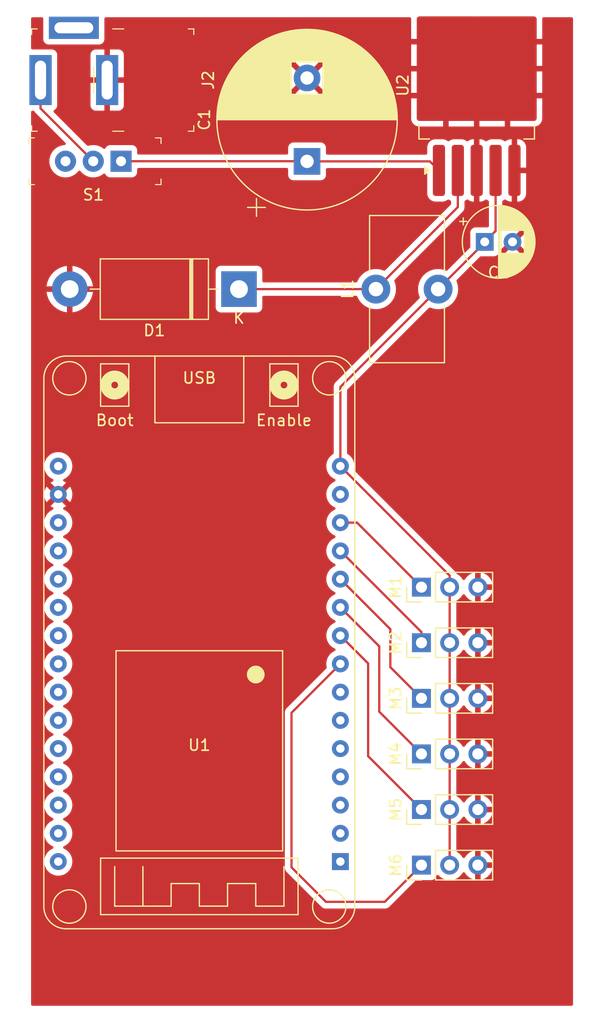
<source format=kicad_pcb>
(kicad_pcb (version 20240108) (generator "pcbnew") (generator_version "8.0")
  (layers (0 "F.Cu" signal) (31 "B.Cu" signal) (34 "B.Paste" user) (35 "F.Paste" user) (36 "B.SilkS" user "B.Silkscreen") (37 "F.SilkS" user "F.Silkscreen") (38 "B.Mask" user) (39 "F.Mask" user) (44 "Edge.Cuts" user))
  (net 0 "")
  (net 1 "GND")
  (net 2 "Net-(U2-VIN)")
  (net 3 "/5V")
  (net 4 "Net-(D1-K)")
  (net 6 "Net-(J2-Pad1)")
  (net 7 "Net-(M1-PWM)")
  (net 8 "Net-(M2-PWM)")
  (net 9 "Net-(M3-PWM)")
  (net 10 "Net-(M4-PWM)")
  (net 11 "Net-(M5-PWM)")
  (net 12 "Net-(M6-PWM)")
  (footprint "digikey-footprints:Switch_Slide_11.6x4mm_EG1218" (layer "F.Cu") (at 158.75 63.5 180)
    (property "Reference" "S1" (at 2.49 -3.02 360) (layer "F.SilkS"))
    (property "Value" "EG1218")
    (pad "1" thru_hole rect (at 0 0 180) (size 1.9 1.9) (drill 0.9) (layers "*.Cu" "*.Mask" "In1.Cu" "In2.Cu" "In3.Cu" "In4.Cu" "In5.Cu" "In6.Cu" "In7.Cu" "In8.Cu" "In9.Cu" "In10.Cu" "In11.Cu" "In12.Cu" "In13.Cu" "In14.Cu" "In15.Cu" "In16.Cu" "In17.Cu" "In18.Cu" "In19.Cu" "In20.Cu" "In21.Cu" "In22.Cu" "In23.Cu" "In24.Cu" "In25.Cu" "In26.Cu" "In27.Cu" "In28.Cu" "In29.Cu" "In30.Cu") (net 2 "Net-(U2-VIN)"))
    (pad "2" thru_hole circle (at 2.5 0 180) (size 1.9 1.9) (drill 0.9) (layers "*.Cu" "*.Mask" "In1.Cu" "In2.Cu" "In3.Cu" "In4.Cu" "In5.Cu" "In6.Cu" "In7.Cu" "In8.Cu" "In9.Cu" "In10.Cu" "In11.Cu" "In12.Cu" "In13.Cu" "In14.Cu" "In15.Cu" "In16.Cu" "In17.Cu" "In18.Cu" "In19.Cu" "In20.Cu" "In21.Cu" "In22.Cu" "In23.Cu" "In24.Cu" "In25.Cu" "In26.Cu" "In27.Cu" "In28.Cu" "In29.Cu" "In30.Cu") (net 6 "Net-(J2-Pad1)"))
    (pad "3" thru_hole circle (at 5 0 180) (size 1.9 1.9) (drill 0.9) (layers "*.Cu" "*.Mask" "In1.Cu" "In2.Cu" "In3.Cu" "In4.Cu" "In5.Cu" "In6.Cu" "In7.Cu" "In8.Cu" "In9.Cu" "In10.Cu" "In11.Cu" "In12.Cu" "In13.Cu" "In14.Cu" "In15.Cu" "In16.Cu" "In17.Cu" "In18.Cu" "In19.Cu" "In20.Cu" "In21.Cu" "In22.Cu" "In23.Cu" "In24.Cu" "In25.Cu" "In26.Cu" "In27.Cu" "In28.Cu" "In29.Cu" "In30.Cu"))
  )
  (footprint "digikey-footprints:Barrel_Jack_5.5mmODx2.1mmID_PJ-202A" (layer "F.Cu") (at 154.5 56.2 -90)
    (property "Reference" "J2" (at 0 -12.1 90) (layer "F.SilkS"))
    (property "Value" "PJ-202A")
    (pad "1" thru_hole rect (at 0 3 270) (size 4.5 2) (drill oval 3.5 1) (layers "*.Cu" "*.Mask" "In1.Cu" "In2.Cu" "In3.Cu" "In4.Cu" "In5.Cu" "In6.Cu" "In7.Cu" "In8.Cu" "In9.Cu" "In10.Cu" "In11.Cu" "In12.Cu" "In13.Cu" "In14.Cu" "In15.Cu" "In16.Cu" "In17.Cu" "In18.Cu" "In19.Cu" "In20.Cu" "In21.Cu" "In22.Cu" "In23.Cu" "In24.Cu" "In25.Cu" "In26.Cu" "In27.Cu" "In28.Cu" "In29.Cu" "In30.Cu") (net 6 "Net-(J2-Pad1)"))
    (pad "2" thru_hole rect (at 0 -3 270) (size 4.5 2) (drill oval 3.5 1) (layers "*.Cu" "*.Mask" "In1.Cu" "In2.Cu" "In3.Cu" "In4.Cu" "In5.Cu" "In6.Cu" "In7.Cu" "In8.Cu" "In9.Cu" "In10.Cu" "In11.Cu" "In12.Cu" "In13.Cu" "In14.Cu" "In15.Cu" "In16.Cu" "In17.Cu" "In18.Cu" "In19.Cu" "In20.Cu" "In21.Cu" "In22.Cu" "In23.Cu" "In24.Cu" "In25.Cu" "In26.Cu" "In27.Cu" "In28.Cu" "In29.Cu" "In30.Cu") (net 1 "GND"))
    (pad "3" thru_hole rect (at -4.7 0 270) (size 2 4.5) (drill oval 1 3.5) (layers "*.Cu" "*.Mask" "In1.Cu" "In2.Cu" "In3.Cu" "In4.Cu" "In5.Cu" "In6.Cu" "In7.Cu" "In8.Cu" "In9.Cu" "In10.Cu" "In11.Cu" "In12.Cu" "In13.Cu" "In14.Cu" "In15.Cu" "In16.Cu" "In17.Cu" "In18.Cu" "In19.Cu" "In20.Cu" "In21.Cu" "In22.Cu" "In23.Cu" "In24.Cu" "In25.Cu" "In26.Cu" "In27.Cu" "In28.Cu" "In29.Cu" "In30.Cu"))
  )
  (footprint "Connector_PinHeader_2.54mm:PinHeader_1x03_P2.54mm_Vertical" (layer "F.Cu") (at 185.8 121.8 90)
    (property "Reference" "M5" (at 0 -2.33 90) (layer "F.SilkS"))
    (property "Value" "Motor_Servo")
    (pad "1" thru_hole rect (at 0 0 90) (size 1.7 1.7) (drill 1) (layers "*.Cu" "*.Mask" "In1.Cu" "In2.Cu" "In3.Cu" "In4.Cu" "In5.Cu" "In6.Cu" "In7.Cu" "In8.Cu" "In9.Cu" "In10.Cu" "In11.Cu" "In12.Cu" "In13.Cu" "In14.Cu" "In15.Cu" "In16.Cu" "In17.Cu" "In18.Cu" "In19.Cu" "In20.Cu" "In21.Cu" "In22.Cu" "In23.Cu" "In24.Cu" "In25.Cu" "In26.Cu" "In27.Cu" "In28.Cu" "In29.Cu" "In30.Cu") (net 11 "Net-(M5-PWM)"))
    (pad "2" thru_hole oval (at 0 2.54 90) (size 1.7 1.7) (drill 1) (layers "*.Cu" "*.Mask" "In1.Cu" "In2.Cu" "In3.Cu" "In4.Cu" "In5.Cu" "In6.Cu" "In7.Cu" "In8.Cu" "In9.Cu" "In10.Cu" "In11.Cu" "In12.Cu" "In13.Cu" "In14.Cu" "In15.Cu" "In16.Cu" "In17.Cu" "In18.Cu" "In19.Cu" "In20.Cu" "In21.Cu" "In22.Cu" "In23.Cu" "In24.Cu" "In25.Cu" "In26.Cu" "In27.Cu" "In28.Cu" "In29.Cu" "In30.Cu") (net 3 "/5V"))
    (pad "3" thru_hole oval (at 0 5.08 90) (size 1.7 1.7) (drill 1) (layers "*.Cu" "*.Mask" "In1.Cu" "In2.Cu" "In3.Cu" "In4.Cu" "In5.Cu" "In6.Cu" "In7.Cu" "In8.Cu" "In9.Cu" "In10.Cu" "In11.Cu" "In12.Cu" "In13.Cu" "In14.Cu" "In15.Cu" "In16.Cu" "In17.Cu" "In18.Cu" "In19.Cu" "In20.Cu" "In21.Cu" "In22.Cu" "In23.Cu" "In24.Cu" "In25.Cu" "In26.Cu" "In27.Cu" "In28.Cu" "In29.Cu" "In30.Cu") (net 1 "GND"))
  )
  (footprint "Package_TO_SOT_SMD:TO-263-5_TabPin3" (layer "F.Cu") (at 190.775 56.675 90)
    (property "Reference" "U2" (at 0 -6.65 90) (layer "F.SilkS"))
    (property "Value" "LM2596S-5")
    (pad "1" smd roundrect (at -7.65 -3.4 90) (size 4.6 1.1) (layers "F.Cu" "F.Paste" "F.Mask") (roundrect_rratio 0.227273) (net 2 "Net-(U2-VIN)"))
    (pad "2" smd roundrect (at -7.65 -1.7 90) (size 4.6 1.1) (layers "F.Cu" "F.Paste" "F.Mask") (roundrect_rratio 0.227273) (net 4 "Net-(D1-K)"))
    (pad "3" smd roundrect (at -7.65 0 90) (size 4.6 1.1) (layers "F.Cu" "F.Paste" "F.Mask") (roundrect_rratio 0.227273) (net 1 "GND"))
    (pad "3" smd roundrect (at -0.925 -2.775 90) (size 4.55 5.25) (layers "F.Cu" "F.Paste") (roundrect_rratio 0.054945) (net 1 "GND"))
    (pad "3" smd roundrect (at -0.925 2.775 90) (size 4.55 5.25) (layers "F.Cu" "F.Paste") (roundrect_rratio 0.054945) (net 1 "GND"))
    (pad "3" smd roundrect (at 1.5 0 90) (size 9.4 10.8) (layers "F.Cu" "F.Mask") (roundrect_rratio 0.026596) (net 1 "GND"))
    (pad "3" smd roundrect (at 3.925 -2.775 90) (size 4.55 5.25) (layers "F.Cu" "F.Paste") (roundrect_rratio 0.054945) (net 1 "GND"))
    (pad "3" smd roundrect (at 3.925 2.775 90) (size 4.55 5.25) (layers "F.Cu" "F.Paste") (roundrect_rratio 0.054945) (net 1 "GND"))
    (pad "4" smd roundrect (at -7.65 1.7 90) (size 4.6 1.1) (layers "F.Cu" "F.Paste" "F.Mask") (roundrect_rratio 0.227273) (net 3 "/5V"))
    (pad "5" smd roundrect (at -7.65 3.4 90) (size 4.6 1.1) (layers "F.Cu" "F.Paste" "F.Mask") (roundrect_rratio 0.227273) (net 1 "GND"))
  )
  (footprint "Capacitor_THT:CP_Radial_D16.0mm_P7.50mm" (layer "F.Cu") (at 175.5 63.512755 90)
    (property "Reference" "C1" (at 3.75 -9.25 90) (layer "F.SilkS"))
    (property "Value" "680uF")
    (pad "1" thru_hole rect (at 0 0 90) (size 2.4 2.4) (drill 1.2) (layers "*.Cu" "*.Mask" "In1.Cu" "In2.Cu" "In3.Cu" "In4.Cu" "In5.Cu" "In6.Cu" "In7.Cu" "In8.Cu" "In9.Cu" "In10.Cu" "In11.Cu" "In12.Cu" "In13.Cu" "In14.Cu" "In15.Cu" "In16.Cu" "In17.Cu" "In18.Cu" "In19.Cu" "In20.Cu" "In21.Cu" "In22.Cu" "In23.Cu" "In24.Cu" "In25.Cu" "In26.Cu" "In27.Cu" "In28.Cu" "In29.Cu" "In30.Cu") (net 2 "Net-(U2-VIN)"))
    (pad "2" thru_hole circle (at 7.5 0 90) (size 2.4 2.4) (drill 1.2) (layers "*.Cu" "*.Mask" "In1.Cu" "In2.Cu" "In3.Cu" "In4.Cu" "In5.Cu" "In6.Cu" "In7.Cu" "In8.Cu" "In9.Cu" "In10.Cu" "In11.Cu" "In12.Cu" "In13.Cu" "In14.Cu" "In15.Cu" "In16.Cu" "In17.Cu" "In18.Cu" "In19.Cu" "In20.Cu" "In21.Cu" "In22.Cu" "In23.Cu" "In24.Cu" "In25.Cu" "In26.Cu" "In27.Cu" "In28.Cu" "In29.Cu" "In30.Cu") (net 1 "GND"))
  )
  (footprint "ESP32_DevKit_V1_DOIT:esp32_devkit_v1_doit" (layer "F.Cu") (at 165.8 126.48 180)
    (property "Reference" "U1" (at 0 10.47 360) (layer "F.SilkS"))
    (property "Value" "ESP32_DevKit_V1_DOIT")
    (fp_text user "USB" (at 0 43.49 360) (layer "F.SilkS"))
    (fp_text user "Enable" (at -7.62 39.68 360) (layer "F.SilkS"))
    (fp_text user "Boot" (at 7.62 39.68 360) (layer "F.SilkS"))
    (pad "1" thru_hole rect (at -12.7 0 180) (size 1.524 1.524) (drill 0.762) (layers "*.Cu" "*.Mask" "In1.Cu" "In2.Cu" "In3.Cu" "In4.Cu" "In5.Cu" "In6.Cu" "In7.Cu" "In8.Cu" "In9.Cu" "In10.Cu" "In11.Cu" "In12.Cu" "In13.Cu" "In14.Cu" "In15.Cu" "In16.Cu" "In17.Cu" "In18.Cu" "In19.Cu" "In20.Cu" "In21.Cu" "In22.Cu" "In23.Cu" "In24.Cu" "In25.Cu" "In26.Cu" "In27.Cu" "In28.Cu" "In29.Cu" "In30.Cu"))
    (pad "2" thru_hole circle (at -12.7 2.54 180) (size 1.524 1.524) (drill 0.762) (layers "*.Cu" "*.Mask" "In1.Cu" "In2.Cu" "In3.Cu" "In4.Cu" "In5.Cu" "In6.Cu" "In7.Cu" "In8.Cu" "In9.Cu" "In10.Cu" "In11.Cu" "In12.Cu" "In13.Cu" "In14.Cu" "In15.Cu" "In16.Cu" "In17.Cu" "In18.Cu" "In19.Cu" "In20.Cu" "In21.Cu" "In22.Cu" "In23.Cu" "In24.Cu" "In25.Cu" "In26.Cu" "In27.Cu" "In28.Cu" "In29.Cu" "In30.Cu"))
    (pad "3" thru_hole circle (at -12.7 5.08 180) (size 1.524 1.524) (drill 0.762) (layers "*.Cu" "*.Mask" "In1.Cu" "In2.Cu" "In3.Cu" "In4.Cu" "In5.Cu" "In6.Cu" "In7.Cu" "In8.Cu" "In9.Cu" "In10.Cu" "In11.Cu" "In12.Cu" "In13.Cu" "In14.Cu" "In15.Cu" "In16.Cu" "In17.Cu" "In18.Cu" "In19.Cu" "In20.Cu" "In21.Cu" "In22.Cu" "In23.Cu" "In24.Cu" "In25.Cu" "In26.Cu" "In27.Cu" "In28.Cu" "In29.Cu" "In30.Cu"))
    (pad "4" thru_hole circle (at -12.7 7.62 180) (size 1.524 1.524) (drill 0.762) (layers "*.Cu" "*.Mask" "In1.Cu" "In2.Cu" "In3.Cu" "In4.Cu" "In5.Cu" "In6.Cu" "In7.Cu" "In8.Cu" "In9.Cu" "In10.Cu" "In11.Cu" "In12.Cu" "In13.Cu" "In14.Cu" "In15.Cu" "In16.Cu" "In17.Cu" "In18.Cu" "In19.Cu" "In20.Cu" "In21.Cu" "In22.Cu" "In23.Cu" "In24.Cu" "In25.Cu" "In26.Cu" "In27.Cu" "In28.Cu" "In29.Cu" "In30.Cu"))
    (pad "5" thru_hole circle (at -12.7 10.16 180) (size 1.524 1.524) (drill 0.762) (layers "*.Cu" "*.Mask" "In1.Cu" "In2.Cu" "In3.Cu" "In4.Cu" "In5.Cu" "In6.Cu" "In7.Cu" "In8.Cu" "In9.Cu" "In10.Cu" "In11.Cu" "In12.Cu" "In13.Cu" "In14.Cu" "In15.Cu" "In16.Cu" "In17.Cu" "In18.Cu" "In19.Cu" "In20.Cu" "In21.Cu" "In22.Cu" "In23.Cu" "In24.Cu" "In25.Cu" "In26.Cu" "In27.Cu" "In28.Cu" "In29.Cu" "In30.Cu"))
    (pad "6" thru_hole circle (at -12.7 12.7 180) (size 1.524 1.524) (drill 0.762) (layers "*.Cu" "*.Mask" "In1.Cu" "In2.Cu" "In3.Cu" "In4.Cu" "In5.Cu" "In6.Cu" "In7.Cu" "In8.Cu" "In9.Cu" "In10.Cu" "In11.Cu" "In12.Cu" "In13.Cu" "In14.Cu" "In15.Cu" "In16.Cu" "In17.Cu" "In18.Cu" "In19.Cu" "In20.Cu" "In21.Cu" "In22.Cu" "In23.Cu" "In24.Cu" "In25.Cu" "In26.Cu" "In27.Cu" "In28.Cu" "In29.Cu" "In30.Cu"))
    (pad "7" thru_hole circle (at -12.7 15.24 180) (size 1.524 1.524) (drill 0.762) (layers "*.Cu" "*.Mask" "In1.Cu" "In2.Cu" "In3.Cu" "In4.Cu" "In5.Cu" "In6.Cu" "In7.Cu" "In8.Cu" "In9.Cu" "In10.Cu" "In11.Cu" "In12.Cu" "In13.Cu" "In14.Cu" "In15.Cu" "In16.Cu" "In17.Cu" "In18.Cu" "In19.Cu" "In20.Cu" "In21.Cu" "In22.Cu" "In23.Cu" "In24.Cu" "In25.Cu" "In26.Cu" "In27.Cu" "In28.Cu" "In29.Cu" "In30.Cu"))
    (pad "8" thru_hole circle (at -12.7 17.78 180) (size 1.524 1.524) (drill 0.762) (layers "*.Cu" "*.Mask" "In1.Cu" "In2.Cu" "In3.Cu" "In4.Cu" "In5.Cu" "In6.Cu" "In7.Cu" "In8.Cu" "In9.Cu" "In10.Cu" "In11.Cu" "In12.Cu" "In13.Cu" "In14.Cu" "In15.Cu" "In16.Cu" "In17.Cu" "In18.Cu" "In19.Cu" "In20.Cu" "In21.Cu" "In22.Cu" "In23.Cu" "In24.Cu" "In25.Cu" "In26.Cu" "In27.Cu" "In28.Cu" "In29.Cu" "In30.Cu") (net 12 "Net-(M6-PWM)"))
    (pad "9" thru_hole circle (at -12.7 20.32 180) (size 1.524 1.524) (drill 0.762) (layers "*.Cu" "*.Mask" "In1.Cu" "In2.Cu" "In3.Cu" "In4.Cu" "In5.Cu" "In6.Cu" "In7.Cu" "In8.Cu" "In9.Cu" "In10.Cu" "In11.Cu" "In12.Cu" "In13.Cu" "In14.Cu" "In15.Cu" "In16.Cu" "In17.Cu" "In18.Cu" "In19.Cu" "In20.Cu" "In21.Cu" "In22.Cu" "In23.Cu" "In24.Cu" "In25.Cu" "In26.Cu" "In27.Cu" "In28.Cu" "In29.Cu" "In30.Cu") (net 11 "Net-(M5-PWM)"))
    (pad "10" thru_hole circle (at -12.7 22.86 180) (size 1.524 1.524) (drill 0.762) (layers "*.Cu" "*.Mask" "In1.Cu" "In2.Cu" "In3.Cu" "In4.Cu" "In5.Cu" "In6.Cu" "In7.Cu" "In8.Cu" "In9.Cu" "In10.Cu" "In11.Cu" "In12.Cu" "In13.Cu" "In14.Cu" "In15.Cu" "In16.Cu" "In17.Cu" "In18.Cu" "In19.Cu" "In20.Cu" "In21.Cu" "In22.Cu" "In23.Cu" "In24.Cu" "In25.Cu" "In26.Cu" "In27.Cu" "In28.Cu" "In29.Cu" "In30.Cu") (net 10 "Net-(M4-PWM)"))
    (pad "11" thru_hole circle (at -12.7 25.4 180) (size 1.524 1.524) (drill 0.762) (layers "*.Cu" "*.Mask" "In1.Cu" "In2.Cu" "In3.Cu" "In4.Cu" "In5.Cu" "In6.Cu" "In7.Cu" "In8.Cu" "In9.Cu" "In10.Cu" "In11.Cu" "In12.Cu" "In13.Cu" "In14.Cu" "In15.Cu" "In16.Cu" "In17.Cu" "In18.Cu" "In19.Cu" "In20.Cu" "In21.Cu" "In22.Cu" "In23.Cu" "In24.Cu" "In25.Cu" "In26.Cu" "In27.Cu" "In28.Cu" "In29.Cu" "In30.Cu") (net 9 "Net-(M3-PWM)"))
    (pad "12" thru_hole circle (at -12.7 27.94 180) (size 1.524 1.524) (drill 0.762) (layers "*.Cu" "*.Mask" "In1.Cu" "In2.Cu" "In3.Cu" "In4.Cu" "In5.Cu" "In6.Cu" "In7.Cu" "In8.Cu" "In9.Cu" "In10.Cu" "In11.Cu" "In12.Cu" "In13.Cu" "In14.Cu" "In15.Cu" "In16.Cu" "In17.Cu" "In18.Cu" "In19.Cu" "In20.Cu" "In21.Cu" "In22.Cu" "In23.Cu" "In24.Cu" "In25.Cu" "In26.Cu" "In27.Cu" "In28.Cu" "In29.Cu" "In30.Cu") (net 8 "Net-(M2-PWM)"))
    (pad "13" thru_hole circle (at -12.7 30.48 180) (size 1.524 1.524) (drill 0.762) (layers "*.Cu" "*.Mask" "In1.Cu" "In2.Cu" "In3.Cu" "In4.Cu" "In5.Cu" "In6.Cu" "In7.Cu" "In8.Cu" "In9.Cu" "In10.Cu" "In11.Cu" "In12.Cu" "In13.Cu" "In14.Cu" "In15.Cu" "In16.Cu" "In17.Cu" "In18.Cu" "In19.Cu" "In20.Cu" "In21.Cu" "In22.Cu" "In23.Cu" "In24.Cu" "In25.Cu" "In26.Cu" "In27.Cu" "In28.Cu" "In29.Cu" "In30.Cu") (net 7 "Net-(M1-PWM)"))
    (pad "14" thru_hole circle (at -12.7 33.02 180) (size 1.524 1.524) (drill 0.762) (layers "*.Cu" "*.Mask" "In1.Cu" "In2.Cu" "In3.Cu" "In4.Cu" "In5.Cu" "In6.Cu" "In7.Cu" "In8.Cu" "In9.Cu" "In10.Cu" "In11.Cu" "In12.Cu" "In13.Cu" "In14.Cu" "In15.Cu" "In16.Cu" "In17.Cu" "In18.Cu" "In19.Cu" "In20.Cu" "In21.Cu" "In22.Cu" "In23.Cu" "In24.Cu" "In25.Cu" "In26.Cu" "In27.Cu" "In28.Cu" "In29.Cu" "In30.Cu"))
    (pad "15" thru_hole circle (at -12.7 35.56 180) (size 1.524 1.524) (drill 0.762) (layers "*.Cu" "*.Mask" "In1.Cu" "In2.Cu" "In3.Cu" "In4.Cu" "In5.Cu" "In6.Cu" "In7.Cu" "In8.Cu" "In9.Cu" "In10.Cu" "In11.Cu" "In12.Cu" "In13.Cu" "In14.Cu" "In15.Cu" "In16.Cu" "In17.Cu" "In18.Cu" "In19.Cu" "In20.Cu" "In21.Cu" "In22.Cu" "In23.Cu" "In24.Cu" "In25.Cu" "In26.Cu" "In27.Cu" "In28.Cu" "In29.Cu" "In30.Cu") (net 3 "/5V"))
    (pad "16" thru_hole circle (at 12.7 35.56 180) (size 1.524 1.524) (drill 0.762) (layers "*.Cu" "*.Mask" "In1.Cu" "In2.Cu" "In3.Cu" "In4.Cu" "In5.Cu" "In6.Cu" "In7.Cu" "In8.Cu" "In9.Cu" "In10.Cu" "In11.Cu" "In12.Cu" "In13.Cu" "In14.Cu" "In15.Cu" "In16.Cu" "In17.Cu" "In18.Cu" "In19.Cu" "In20.Cu" "In21.Cu" "In22.Cu" "In23.Cu" "In24.Cu" "In25.Cu" "In26.Cu" "In27.Cu" "In28.Cu" "In29.Cu" "In30.Cu"))
    (pad "17" thru_hole circle (at 12.7 33.02 180) (size 1.524 1.524) (drill 0.762) (layers "*.Cu" "*.Mask" "In1.Cu" "In2.Cu" "In3.Cu" "In4.Cu" "In5.Cu" "In6.Cu" "In7.Cu" "In8.Cu" "In9.Cu" "In10.Cu" "In11.Cu" "In12.Cu" "In13.Cu" "In14.Cu" "In15.Cu" "In16.Cu" "In17.Cu" "In18.Cu" "In19.Cu" "In20.Cu" "In21.Cu" "In22.Cu" "In23.Cu" "In24.Cu" "In25.Cu" "In26.Cu" "In27.Cu" "In28.Cu" "In29.Cu" "In30.Cu") (net 1 "GND"))
    (pad "18" thru_hole circle (at 12.7 30.48 180) (size 1.524 1.524) (drill 0.762) (layers "*.Cu" "*.Mask" "In1.Cu" "In2.Cu" "In3.Cu" "In4.Cu" "In5.Cu" "In6.Cu" "In7.Cu" "In8.Cu" "In9.Cu" "In10.Cu" "In11.Cu" "In12.Cu" "In13.Cu" "In14.Cu" "In15.Cu" "In16.Cu" "In17.Cu" "In18.Cu" "In19.Cu" "In20.Cu" "In21.Cu" "In22.Cu" "In23.Cu" "In24.Cu" "In25.Cu" "In26.Cu" "In27.Cu" "In28.Cu" "In29.Cu" "In30.Cu"))
    (pad "19" thru_hole circle (at 12.7 27.94 180) (size 1.524 1.524) (drill 0.762) (layers "*.Cu" "*.Mask" "In1.Cu" "In2.Cu" "In3.Cu" "In4.Cu" "In5.Cu" "In6.Cu" "In7.Cu" "In8.Cu" "In9.Cu" "In10.Cu" "In11.Cu" "In12.Cu" "In13.Cu" "In14.Cu" "In15.Cu" "In16.Cu" "In17.Cu" "In18.Cu" "In19.Cu" "In20.Cu" "In21.Cu" "In22.Cu" "In23.Cu" "In24.Cu" "In25.Cu" "In26.Cu" "In27.Cu" "In28.Cu" "In29.Cu" "In30.Cu"))
    (pad "20" thru_hole circle (at 12.7 25.4 180) (size 1.524 1.524) (drill 0.762) (layers "*.Cu" "*.Mask" "In1.Cu" "In2.Cu" "In3.Cu" "In4.Cu" "In5.Cu" "In6.Cu" "In7.Cu" "In8.Cu" "In9.Cu" "In10.Cu" "In11.Cu" "In12.Cu" "In13.Cu" "In14.Cu" "In15.Cu" "In16.Cu" "In17.Cu" "In18.Cu" "In19.Cu" "In20.Cu" "In21.Cu" "In22.Cu" "In23.Cu" "In24.Cu" "In25.Cu" "In26.Cu" "In27.Cu" "In28.Cu" "In29.Cu" "In30.Cu"))
    (pad "21" thru_hole circle (at 12.7 22.86 180) (size 1.524 1.524) (drill 0.762) (layers "*.Cu" "*.Mask" "In1.Cu" "In2.Cu" "In3.Cu" "In4.Cu" "In5.Cu" "In6.Cu" "In7.Cu" "In8.Cu" "In9.Cu" "In10.Cu" "In11.Cu" "In12.Cu" "In13.Cu" "In14.Cu" "In15.Cu" "In16.Cu" "In17.Cu" "In18.Cu" "In19.Cu" "In20.Cu" "In21.Cu" "In22.Cu" "In23.Cu" "In24.Cu" "In25.Cu" "In26.Cu" "In27.Cu" "In28.Cu" "In29.Cu" "In30.Cu"))
    (pad "22" thru_hole circle (at 12.7 20.32 180) (size 1.524 1.524) (drill 0.762) (layers "*.Cu" "*.Mask" "In1.Cu" "In2.Cu" "In3.Cu" "In4.Cu" "In5.Cu" "In6.Cu" "In7.Cu" "In8.Cu" "In9.Cu" "In10.Cu" "In11.Cu" "In12.Cu" "In13.Cu" "In14.Cu" "In15.Cu" "In16.Cu" "In17.Cu" "In18.Cu" "In19.Cu" "In20.Cu" "In21.Cu" "In22.Cu" "In23.Cu" "In24.Cu" "In25.Cu" "In26.Cu" "In27.Cu" "In28.Cu" "In29.Cu" "In30.Cu"))
    (pad "23" thru_hole circle (at 12.7 17.78 180) (size 1.524 1.524) (drill 0.762) (layers "*.Cu" "*.Mask" "In1.Cu" "In2.Cu" "In3.Cu" "In4.Cu" "In5.Cu" "In6.Cu" "In7.Cu" "In8.Cu" "In9.Cu" "In10.Cu" "In11.Cu" "In12.Cu" "In13.Cu" "In14.Cu" "In15.Cu" "In16.Cu" "In17.Cu" "In18.Cu" "In19.Cu" "In20.Cu" "In21.Cu" "In22.Cu" "In23.Cu" "In24.Cu" "In25.Cu" "In26.Cu" "In27.Cu" "In28.Cu" "In29.Cu" "In30.Cu"))
    (pad "24" thru_hole circle (at 12.7 15.24 180) (size 1.524 1.524) (drill 0.762) (layers "*.Cu" "*.Mask" "In1.Cu" "In2.Cu" "In3.Cu" "In4.Cu" "In5.Cu" "In6.Cu" "In7.Cu" "In8.Cu" "In9.Cu" "In10.Cu" "In11.Cu" "In12.Cu" "In13.Cu" "In14.Cu" "In15.Cu" "In16.Cu" "In17.Cu" "In18.Cu" "In19.Cu" "In20.Cu" "In21.Cu" "In22.Cu" "In23.Cu" "In24.Cu" "In25.Cu" "In26.Cu" "In27.Cu" "In28.Cu" "In29.Cu" "In30.Cu"))
    (pad "25" thru_hole circle (at 12.7 12.7 180) (size 1.524 1.524) (drill 0.762) (layers "*.Cu" "*.Mask" "In1.Cu" "In2.Cu" "In3.Cu" "In4.Cu" "In5.Cu" "In6.Cu" "In7.Cu" "In8.Cu" "In9.Cu" "In10.Cu" "In11.Cu" "In12.Cu" "In13.Cu" "In14.Cu" "In15.Cu" "In16.Cu" "In17.Cu" "In18.Cu" "In19.Cu" "In20.Cu" "In21.Cu" "In22.Cu" "In23.Cu" "In24.Cu" "In25.Cu" "In26.Cu" "In27.Cu" "In28.Cu" "In29.Cu" "In30.Cu"))
    (pad "26" thru_hole circle (at 12.7 10.16 180) (size 1.524 1.524) (drill 0.762) (layers "*.Cu" "*.Mask" "In1.Cu" "In2.Cu" "In3.Cu" "In4.Cu" "In5.Cu" "In6.Cu" "In7.Cu" "In8.Cu" "In9.Cu" "In10.Cu" "In11.Cu" "In12.Cu" "In13.Cu" "In14.Cu" "In15.Cu" "In16.Cu" "In17.Cu" "In18.Cu" "In19.Cu" "In20.Cu" "In21.Cu" "In22.Cu" "In23.Cu" "In24.Cu" "In25.Cu" "In26.Cu" "In27.Cu" "In28.Cu" "In29.Cu" "In30.Cu"))
    (pad "27" thru_hole circle (at 12.7 7.62 180) (size 1.524 1.524) (drill 0.762) (layers "*.Cu" "*.Mask" "In1.Cu" "In2.Cu" "In3.Cu" "In4.Cu" "In5.Cu" "In6.Cu" "In7.Cu" "In8.Cu" "In9.Cu" "In10.Cu" "In11.Cu" "In12.Cu" "In13.Cu" "In14.Cu" "In15.Cu" "In16.Cu" "In17.Cu" "In18.Cu" "In19.Cu" "In20.Cu" "In21.Cu" "In22.Cu" "In23.Cu" "In24.Cu" "In25.Cu" "In26.Cu" "In27.Cu" "In28.Cu" "In29.Cu" "In30.Cu"))
    (pad "28" thru_hole circle (at 12.7 5.08 180) (size 1.524 1.524) (drill 0.762) (layers "*.Cu" "*.Mask" "In1.Cu" "In2.Cu" "In3.Cu" "In4.Cu" "In5.Cu" "In6.Cu" "In7.Cu" "In8.Cu" "In9.Cu" "In10.Cu" "In11.Cu" "In12.Cu" "In13.Cu" "In14.Cu" "In15.Cu" "In16.Cu" "In17.Cu" "In18.Cu" "In19.Cu" "In20.Cu" "In21.Cu" "In22.Cu" "In23.Cu" "In24.Cu" "In25.Cu" "In26.Cu" "In27.Cu" "In28.Cu" "In29.Cu" "In30.Cu"))
    (pad "29" thru_hole circle (at 12.7 2.54 180) (size 1.524 1.524) (drill 0.762) (layers "*.Cu" "*.Mask" "In1.Cu" "In2.Cu" "In3.Cu" "In4.Cu" "In5.Cu" "In6.Cu" "In7.Cu" "In8.Cu" "In9.Cu" "In10.Cu" "In11.Cu" "In12.Cu" "In13.Cu" "In14.Cu" "In15.Cu" "In16.Cu" "In17.Cu" "In18.Cu" "In19.Cu" "In20.Cu" "In21.Cu" "In22.Cu" "In23.Cu" "In24.Cu" "In25.Cu" "In26.Cu" "In27.Cu" "In28.Cu" "In29.Cu" "In30.Cu"))
    (pad "30" thru_hole circle (at 12.7 0 180) (size 1.524 1.524) (drill 0.762) (layers "*.Cu" "*.Mask" "In1.Cu" "In2.Cu" "In3.Cu" "In4.Cu" "In5.Cu" "In6.Cu" "In7.Cu" "In8.Cu" "In9.Cu" "In10.Cu" "In11.Cu" "In12.Cu" "In13.Cu" "In14.Cu" "In15.Cu" "In16.Cu" "In17.Cu" "In18.Cu" "In19.Cu" "In20.Cu" "In21.Cu" "In22.Cu" "In23.Cu" "In24.Cu" "In25.Cu" "In26.Cu" "In27.Cu" "In28.Cu" "In29.Cu" "In30.Cu"))
  )
  (footprint "Capacitor_THT:CP_Radial_D6.3mm_P2.50mm" (layer "F.Cu") (at 191.5 70.75)
    (property "Reference" "C2" (at 1.25 2.75 360) (layer "F.SilkS"))
    (property "Value" "220uF")
    (pad "1" thru_hole rect (at 0 0) (size 1.6 1.6) (drill 0.8) (layers "*.Cu" "*.Mask" "In1.Cu" "In2.Cu" "In3.Cu" "In4.Cu" "In5.Cu" "In6.Cu" "In7.Cu" "In8.Cu" "In9.Cu" "In10.Cu" "In11.Cu" "In12.Cu" "In13.Cu" "In14.Cu" "In15.Cu" "In16.Cu" "In17.Cu" "In18.Cu" "In19.Cu" "In20.Cu" "In21.Cu" "In22.Cu" "In23.Cu" "In24.Cu" "In25.Cu" "In26.Cu" "In27.Cu" "In28.Cu" "In29.Cu" "In30.Cu") (net 3 "/5V"))
    (pad "2" thru_hole circle (at 2.5 0) (size 1.6 1.6) (drill 0.8) (layers "*.Cu" "*.Mask" "In1.Cu" "In2.Cu" "In3.Cu" "In4.Cu" "In5.Cu" "In6.Cu" "In7.Cu" "In8.Cu" "In9.Cu" "In10.Cu" "In11.Cu" "In12.Cu" "In13.Cu" "In14.Cu" "In15.Cu" "In16.Cu" "In17.Cu" "In18.Cu" "In19.Cu" "In20.Cu" "In21.Cu" "In22.Cu" "In23.Cu" "In24.Cu" "In25.Cu" "In26.Cu" "In27.Cu" "In28.Cu" "In29.Cu" "In30.Cu") (net 1 "GND"))
  )
  (footprint "Inductor_THT:L_Toroid_Vertical_L13.0mm_W6.5mm_P5.60mm" (layer "F.Cu") (at 181.7 75 90)
    (property "Reference" "L1" (at 0 -2.55 90) (layer "F.SilkS"))
    (property "Value" "33uH")
    (pad "1" thru_hole circle (at 0 0 90) (size 2.6 2.6) (drill 1.3) (layers "*.Cu" "*.Mask" "In1.Cu" "In2.Cu" "In3.Cu" "In4.Cu" "In5.Cu" "In6.Cu" "In7.Cu" "In8.Cu" "In9.Cu" "In10.Cu" "In11.Cu" "In12.Cu" "In13.Cu" "In14.Cu" "In15.Cu" "In16.Cu" "In17.Cu" "In18.Cu" "In19.Cu" "In20.Cu" "In21.Cu" "In22.Cu" "In23.Cu" "In24.Cu" "In25.Cu" "In26.Cu" "In27.Cu" "In28.Cu" "In29.Cu" "In30.Cu") (net 4 "Net-(D1-K)"))
    (pad "2" thru_hole circle (at 0 5.6 90) (size 2.6 2.6) (drill 1.3) (layers "*.Cu" "*.Mask" "In1.Cu" "In2.Cu" "In3.Cu" "In4.Cu" "In5.Cu" "In6.Cu" "In7.Cu" "In8.Cu" "In9.Cu" "In10.Cu" "In11.Cu" "In12.Cu" "In13.Cu" "In14.Cu" "In15.Cu" "In16.Cu" "In17.Cu" "In18.Cu" "In19.Cu" "In20.Cu" "In21.Cu" "In22.Cu" "In23.Cu" "In24.Cu" "In25.Cu" "In26.Cu" "In27.Cu" "In28.Cu" "In29.Cu" "In30.Cu") (net 3 "/5V"))
  )
  (footprint "Connector_PinHeader_2.54mm:PinHeader_1x03_P2.54mm_Vertical" (layer "F.Cu") (at 185.8 106.8 90)
    (property "Reference" "M2" (at 0 -2.33 90) (layer "F.SilkS"))
    (property "Value" "Motor_Servo")
    (pad "1" thru_hole rect (at 0 0 90) (size 1.7 1.7) (drill 1) (layers "*.Cu" "*.Mask" "In1.Cu" "In2.Cu" "In3.Cu" "In4.Cu" "In5.Cu" "In6.Cu" "In7.Cu" "In8.Cu" "In9.Cu" "In10.Cu" "In11.Cu" "In12.Cu" "In13.Cu" "In14.Cu" "In15.Cu" "In16.Cu" "In17.Cu" "In18.Cu" "In19.Cu" "In20.Cu" "In21.Cu" "In22.Cu" "In23.Cu" "In24.Cu" "In25.Cu" "In26.Cu" "In27.Cu" "In28.Cu" "In29.Cu" "In30.Cu") (net 8 "Net-(M2-PWM)"))
    (pad "2" thru_hole oval (at 0 2.54 90) (size 1.7 1.7) (drill 1) (layers "*.Cu" "*.Mask" "In1.Cu" "In2.Cu" "In3.Cu" "In4.Cu" "In5.Cu" "In6.Cu" "In7.Cu" "In8.Cu" "In9.Cu" "In10.Cu" "In11.Cu" "In12.Cu" "In13.Cu" "In14.Cu" "In15.Cu" "In16.Cu" "In17.Cu" "In18.Cu" "In19.Cu" "In20.Cu" "In21.Cu" "In22.Cu" "In23.Cu" "In24.Cu" "In25.Cu" "In26.Cu" "In27.Cu" "In28.Cu" "In29.Cu" "In30.Cu") (net 3 "/5V"))
    (pad "3" thru_hole oval (at 0 5.08 90) (size 1.7 1.7) (drill 1) (layers "*.Cu" "*.Mask" "In1.Cu" "In2.Cu" "In3.Cu" "In4.Cu" "In5.Cu" "In6.Cu" "In7.Cu" "In8.Cu" "In9.Cu" "In10.Cu" "In11.Cu" "In12.Cu" "In13.Cu" "In14.Cu" "In15.Cu" "In16.Cu" "In17.Cu" "In18.Cu" "In19.Cu" "In20.Cu" "In21.Cu" "In22.Cu" "In23.Cu" "In24.Cu" "In25.Cu" "In26.Cu" "In27.Cu" "In28.Cu" "In29.Cu" "In30.Cu") (net 1 "GND"))
  )
  (footprint "Diode_THT:D_DO-201AD_P15.24mm_Horizontal" (layer "F.Cu") (at 169.37 75 180)
    (property "Reference" "D1" (at 7.62 -3.72 360) (layer "F.SilkS"))
    (property "Value" "1N5822")
    (fp_text user "K" (at 0 -2.6 360) (layer "F.SilkS"))
    (pad "1" thru_hole rect (at 0 0 180) (size 3.2 3.2) (drill 1.6) (layers "*.Cu" "*.Mask" "In1.Cu" "In2.Cu" "In3.Cu" "In4.Cu" "In5.Cu" "In6.Cu" "In7.Cu" "In8.Cu" "In9.Cu" "In10.Cu" "In11.Cu" "In12.Cu" "In13.Cu" "In14.Cu" "In15.Cu" "In16.Cu" "In17.Cu" "In18.Cu" "In19.Cu" "In20.Cu" "In21.Cu" "In22.Cu" "In23.Cu" "In24.Cu" "In25.Cu" "In26.Cu" "In27.Cu" "In28.Cu" "In29.Cu" "In30.Cu") (net 4 "Net-(D1-K)"))
    (pad "2" thru_hole oval (at 15.24 0 180) (size 3.2 3.2) (drill 1.6) (layers "*.Cu" "*.Mask" "In1.Cu" "In2.Cu" "In3.Cu" "In4.Cu" "In5.Cu" "In6.Cu" "In7.Cu" "In8.Cu" "In9.Cu" "In10.Cu" "In11.Cu" "In12.Cu" "In13.Cu" "In14.Cu" "In15.Cu" "In16.Cu" "In17.Cu" "In18.Cu" "In19.Cu" "In20.Cu" "In21.Cu" "In22.Cu" "In23.Cu" "In24.Cu" "In25.Cu" "In26.Cu" "In27.Cu" "In28.Cu" "In29.Cu" "In30.Cu") (net 1 "GND"))
  )
  (footprint "Connector_PinHeader_2.54mm:PinHeader_1x03_P2.54mm_Vertical" (layer "F.Cu") (at 185.8 126.8 90)
    (property "Reference" "M6" (at 0 -2.33 90) (layer "F.SilkS"))
    (property "Value" "Motor_Servo")
    (pad "1" thru_hole rect (at 0 0 90) (size 1.7 1.7) (drill 1) (layers "*.Cu" "*.Mask" "In1.Cu" "In2.Cu" "In3.Cu" "In4.Cu" "In5.Cu" "In6.Cu" "In7.Cu" "In8.Cu" "In9.Cu" "In10.Cu" "In11.Cu" "In12.Cu" "In13.Cu" "In14.Cu" "In15.Cu" "In16.Cu" "In17.Cu" "In18.Cu" "In19.Cu" "In20.Cu" "In21.Cu" "In22.Cu" "In23.Cu" "In24.Cu" "In25.Cu" "In26.Cu" "In27.Cu" "In28.Cu" "In29.Cu" "In30.Cu") (net 12 "Net-(M6-PWM)"))
    (pad "2" thru_hole oval (at 0 2.54 90) (size 1.7 1.7) (drill 1) (layers "*.Cu" "*.Mask" "In1.Cu" "In2.Cu" "In3.Cu" "In4.Cu" "In5.Cu" "In6.Cu" "In7.Cu" "In8.Cu" "In9.Cu" "In10.Cu" "In11.Cu" "In12.Cu" "In13.Cu" "In14.Cu" "In15.Cu" "In16.Cu" "In17.Cu" "In18.Cu" "In19.Cu" "In20.Cu" "In21.Cu" "In22.Cu" "In23.Cu" "In24.Cu" "In25.Cu" "In26.Cu" "In27.Cu" "In28.Cu" "In29.Cu" "In30.Cu") (net 3 "/5V"))
    (pad "3" thru_hole oval (at 0 5.08 90) (size 1.7 1.7) (drill 1) (layers "*.Cu" "*.Mask" "In1.Cu" "In2.Cu" "In3.Cu" "In4.Cu" "In5.Cu" "In6.Cu" "In7.Cu" "In8.Cu" "In9.Cu" "In10.Cu" "In11.Cu" "In12.Cu" "In13.Cu" "In14.Cu" "In15.Cu" "In16.Cu" "In17.Cu" "In18.Cu" "In19.Cu" "In20.Cu" "In21.Cu" "In22.Cu" "In23.Cu" "In24.Cu" "In25.Cu" "In26.Cu" "In27.Cu" "In28.Cu" "In29.Cu" "In30.Cu") (net 1 "GND"))
  )
  (footprint "Connector_PinHeader_2.54mm:PinHeader_1x03_P2.54mm_Vertical" (layer "F.Cu") (at 185.8 116.8 90)
    (property "Reference" "M4" (at 0 -2.33 90) (layer "F.SilkS"))
    (property "Value" "Motor_Servo")
    (pad "1" thru_hole rect (at 0 0 90) (size 1.7 1.7) (drill 1) (layers "*.Cu" "*.Mask" "In1.Cu" "In2.Cu" "In3.Cu" "In4.Cu" "In5.Cu" "In6.Cu" "In7.Cu" "In8.Cu" "In9.Cu" "In10.Cu" "In11.Cu" "In12.Cu" "In13.Cu" "In14.Cu" "In15.Cu" "In16.Cu" "In17.Cu" "In18.Cu" "In19.Cu" "In20.Cu" "In21.Cu" "In22.Cu" "In23.Cu" "In24.Cu" "In25.Cu" "In26.Cu" "In27.Cu" "In28.Cu" "In29.Cu" "In30.Cu") (net 10 "Net-(M4-PWM)"))
    (pad "2" thru_hole oval (at 0 2.54 90) (size 1.7 1.7) (drill 1) (layers "*.Cu" "*.Mask" "In1.Cu" "In2.Cu" "In3.Cu" "In4.Cu" "In5.Cu" "In6.Cu" "In7.Cu" "In8.Cu" "In9.Cu" "In10.Cu" "In11.Cu" "In12.Cu" "In13.Cu" "In14.Cu" "In15.Cu" "In16.Cu" "In17.Cu" "In18.Cu" "In19.Cu" "In20.Cu" "In21.Cu" "In22.Cu" "In23.Cu" "In24.Cu" "In25.Cu" "In26.Cu" "In27.Cu" "In28.Cu" "In29.Cu" "In30.Cu") (net 3 "/5V"))
    (pad "3" thru_hole oval (at 0 5.08 90) (size 1.7 1.7) (drill 1) (layers "*.Cu" "*.Mask" "In1.Cu" "In2.Cu" "In3.Cu" "In4.Cu" "In5.Cu" "In6.Cu" "In7.Cu" "In8.Cu" "In9.Cu" "In10.Cu" "In11.Cu" "In12.Cu" "In13.Cu" "In14.Cu" "In15.Cu" "In16.Cu" "In17.Cu" "In18.Cu" "In19.Cu" "In20.Cu" "In21.Cu" "In22.Cu" "In23.Cu" "In24.Cu" "In25.Cu" "In26.Cu" "In27.Cu" "In28.Cu" "In29.Cu" "In30.Cu") (net 1 "GND"))
  )
  (footprint "Connector_PinHeader_2.54mm:PinHeader_1x03_P2.54mm_Vertical" (layer "F.Cu") (at 185.8 111.8 90)
    (property "Reference" "M3" (at 0 -2.33 90) (layer "F.SilkS"))
    (property "Value" "Motor_Servo")
    (pad "1" thru_hole rect (at 0 0 90) (size 1.7 1.7) (drill 1) (layers "*.Cu" "*.Mask" "In1.Cu" "In2.Cu" "In3.Cu" "In4.Cu" "In5.Cu" "In6.Cu" "In7.Cu" "In8.Cu" "In9.Cu" "In10.Cu" "In11.Cu" "In12.Cu" "In13.Cu" "In14.Cu" "In15.Cu" "In16.Cu" "In17.Cu" "In18.Cu" "In19.Cu" "In20.Cu" "In21.Cu" "In22.Cu" "In23.Cu" "In24.Cu" "In25.Cu" "In26.Cu" "In27.Cu" "In28.Cu" "In29.Cu" "In30.Cu") (net 9 "Net-(M3-PWM)"))
    (pad "2" thru_hole oval (at 0 2.54 90) (size 1.7 1.7) (drill 1) (layers "*.Cu" "*.Mask" "In1.Cu" "In2.Cu" "In3.Cu" "In4.Cu" "In5.Cu" "In6.Cu" "In7.Cu" "In8.Cu" "In9.Cu" "In10.Cu" "In11.Cu" "In12.Cu" "In13.Cu" "In14.Cu" "In15.Cu" "In16.Cu" "In17.Cu" "In18.Cu" "In19.Cu" "In20.Cu" "In21.Cu" "In22.Cu" "In23.Cu" "In24.Cu" "In25.Cu" "In26.Cu" "In27.Cu" "In28.Cu" "In29.Cu" "In30.Cu") (net 3 "/5V"))
    (pad "3" thru_hole oval (at 0 5.08 90) (size 1.7 1.7) (drill 1) (layers "*.Cu" "*.Mask" "In1.Cu" "In2.Cu" "In3.Cu" "In4.Cu" "In5.Cu" "In6.Cu" "In7.Cu" "In8.Cu" "In9.Cu" "In10.Cu" "In11.Cu" "In12.Cu" "In13.Cu" "In14.Cu" "In15.Cu" "In16.Cu" "In17.Cu" "In18.Cu" "In19.Cu" "In20.Cu" "In21.Cu" "In22.Cu" "In23.Cu" "In24.Cu" "In25.Cu" "In26.Cu" "In27.Cu" "In28.Cu" "In29.Cu" "In30.Cu") (net 1 "GND"))
  )
  (footprint "Connector_PinHeader_2.54mm:PinHeader_1x03_P2.54mm_Vertical" (layer "F.Cu") (at 185.8 101.8 90)
    (property "Reference" "M1" (at 0 -2.33 90) (layer "F.SilkS"))
    (property "Value" "Motor_Servo")
    (pad "1" thru_hole rect (at 0 0 90) (size 1.7 1.7) (drill 1) (layers "*.Cu" "*.Mask" "In1.Cu" "In2.Cu" "In3.Cu" "In4.Cu" "In5.Cu" "In6.Cu" "In7.Cu" "In8.Cu" "In9.Cu" "In10.Cu" "In11.Cu" "In12.Cu" "In13.Cu" "In14.Cu" "In15.Cu" "In16.Cu" "In17.Cu" "In18.Cu" "In19.Cu" "In20.Cu" "In21.Cu" "In22.Cu" "In23.Cu" "In24.Cu" "In25.Cu" "In26.Cu" "In27.Cu" "In28.Cu" "In29.Cu" "In30.Cu") (net 7 "Net-(M1-PWM)"))
    (pad "2" thru_hole oval (at 0 2.54 90) (size 1.7 1.7) (drill 1) (layers "*.Cu" "*.Mask" "In1.Cu" "In2.Cu" "In3.Cu" "In4.Cu" "In5.Cu" "In6.Cu" "In7.Cu" "In8.Cu" "In9.Cu" "In10.Cu" "In11.Cu" "In12.Cu" "In13.Cu" "In14.Cu" "In15.Cu" "In16.Cu" "In17.Cu" "In18.Cu" "In19.Cu" "In20.Cu" "In21.Cu" "In22.Cu" "In23.Cu" "In24.Cu" "In25.Cu" "In26.Cu" "In27.Cu" "In28.Cu" "In29.Cu" "In30.Cu") (net 3 "/5V"))
    (pad "3" thru_hole oval (at 0 5.08 90) (size 1.7 1.7) (drill 1) (layers "*.Cu" "*.Mask" "In1.Cu" "In2.Cu" "In3.Cu" "In4.Cu" "In5.Cu" "In6.Cu" "In7.Cu" "In8.Cu" "In9.Cu" "In10.Cu" "In11.Cu" "In12.Cu" "In13.Cu" "In14.Cu" "In15.Cu" "In16.Cu" "In17.Cu" "In18.Cu" "In19.Cu" "In20.Cu" "In21.Cu" "In22.Cu" "In23.Cu" "In24.Cu" "In25.Cu" "In26.Cu" "In27.Cu" "In28.Cu" "In29.Cu" "In30.Cu") (net 1 "GND"))
  )
  (segment (start 187.375 64.325) (end 186.562755 63.512755) (width 0.2) (layer "F.Cu") (net 2))
  (segment (start 186.562755 63.512755) (end 175.5 63.512755) (width 0.2) (layer "F.Cu") (net 2))
  (segment (start 175.487245 63.5) (end 175.5 63.512755) (width 0.2) (layer "F.Cu") (net 2))
  (segment (start 158.75 63.5) (end 175.487245 63.5) (width 0.2) (layer "F.Cu") (net 2))
  (segment (start 187.3 75) (end 191.5 70.8) (width 0.2) (layer "F.Cu") (net 3))
  (segment (start 188.34 106.8) (end 188.34 111.8) (width 0.2) (layer "F.Cu") (net 3))
  (segment (start 188.34 101.8) (end 188.34 106.8) (width 0.2) (layer "F.Cu") (net 3))
  (segment (start 192.475 64.325) (end 192.475 69.775) (width 0.2) (layer "F.Cu") (net 3))
  (segment (start 188.34 121.8) (end 188.34 126.8) (width 0.2) (layer "F.Cu") (net 3))
  (segment (start 178.5 90.92) (end 188.34 100.76) (width 0.2) (layer "F.Cu") (net 3))
  (segment (start 188.34 111.8) (end 188.34 116.8) (width 0.2) (layer "F.Cu") (net 3))
  (segment (start 191.5 70.8) (end 191.5 70.75) (width 0.2) (layer "F.Cu") (net 3))
  (segment (start 178.5 83.8) (end 187.3 75) (width 0.2) (layer "F.Cu") (net 3))
  (segment (start 188.34 116.8) (end 188.34 121.8) (width 0.2) (layer "F.Cu") (net 3))
  (segment (start 188.34 100.76) (end 188.34 101.8) (width 0.2) (layer "F.Cu") (net 3))
  (segment (start 192.475 69.775) (end 191.5 70.75) (width 0.2) (layer "F.Cu") (net 3))
  (segment (start 178.5 90.92) (end 178.5 83.8) (width 0.2) (layer "F.Cu") (net 3))
  (segment (start 189.075 67.625) (end 181.7 75) (width 0.2) (layer "F.Cu") (net 4))
  (segment (start 181.7 75) (end 169.37 75) (width 0.2) (layer "F.Cu") (net 4))
  (segment (start 170.67 76.3) (end 169.37 75) (width 0.2) (layer "F.Cu") (net 4))
  (segment (start 189.075 64.325) (end 189.075 67.625) (width 0.2) (layer "F.Cu") (net 4))
  (segment (start 151.5 56.2) (end 151.5 58.75) (width 0.2) (layer "F.Cu") (net 6))
  (segment (start 151.5 58.75) (end 156.25 63.5) (width 0.2) (layer "F.Cu") (net 6))
  (segment (start 180 96) (end 185.8 101.8) (width 0.2) (layer "F.Cu") (net 7))
  (segment (start 178.5 96) (end 180 96) (width 0.2) (layer "F.Cu") (net 7))
  (segment (start 185.8 105.84) (end 185.8 106.8) (width 0.2) (layer "F.Cu") (net 8))
  (segment (start 178.5 98.54) (end 185.8 105.84) (width 0.2) (layer "F.Cu") (net 8))
  (segment (start 178.5 101.08) (end 183 105.58) (width 0.2) (layer "F.Cu") (net 9))
  (segment (start 183 109) (end 185.8 111.8) (width 0.2) (layer "F.Cu") (net 9))
  (segment (start 183 105.58) (end 183 109) (width 0.2) (layer "F.Cu") (net 9))
  (segment (start 178.5 103.62) (end 182 107.12) (width 0.2) (layer "F.Cu") (net 10))
  (segment (start 182 113) (end 185.8 116.8) (width 0.2) (layer "F.Cu") (net 10))
  (segment (start 182 107.12) (end 182 113) (width 0.2) (layer "F.Cu") (net 10))
  (segment (start 178.5 106.16) (end 181 108.66) (width 0.2) (layer "F.Cu") (net 11))
  (segment (start 181 117) (end 185.8 121.8) (width 0.2) (layer "F.Cu") (net 11))
  (segment (start 181 108.66) (end 181 117) (width 0.2) (layer "F.Cu") (net 11))
  (segment (start 182.5 130.1) (end 177.2 130.1) (width 0.2) (layer "F.Cu") (net 12))
  (segment (start 177.2 130.1) (end 174.1 127) (width 0.2) (layer "F.Cu") (net 12))
  (segment (start 185.8 126.8) (end 182.5 130.1) (width 0.2) (layer "F.Cu") (net 12))
  (segment (start 174.1 127) (end 174.1 113.1) (width 0.2) (layer "F.Cu") (net 12))
  (segment (start 174.1 113.1) (end 178.5 108.7) (width 0.2) (layer "F.Cu") (net 12))
  (zone (net 1) (net_name "GND") (layer "F.Cu") (connect_pads (clearance 0.5)) (min_thickness 0.25) (fill yes (thermal_gap 0.5) (thermal_bridge_width 0.5))
    (polygon (pts (xy 149 49) (xy 149 141) (xy 149.1 141.1) (xy 200.9 141.1) (xy 200.9 49)))
  )
)
</source>
